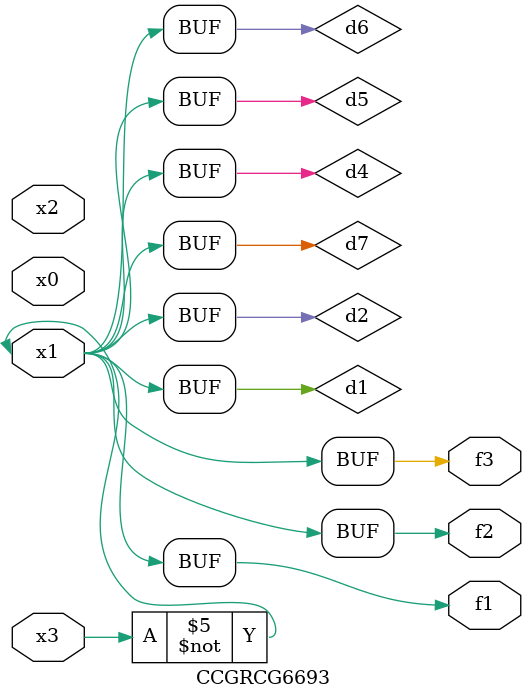
<source format=v>
module CCGRCG6693(
	input x0, x1, x2, x3,
	output f1, f2, f3
);

	wire d1, d2, d3, d4, d5, d6, d7;

	not (d1, x3);
	buf (d2, x1);
	xnor (d3, d1, d2);
	nor (d4, d1);
	buf (d5, d1, d2);
	buf (d6, d4, d5);
	nand (d7, d4);
	assign f1 = d6;
	assign f2 = d7;
	assign f3 = d6;
endmodule

</source>
